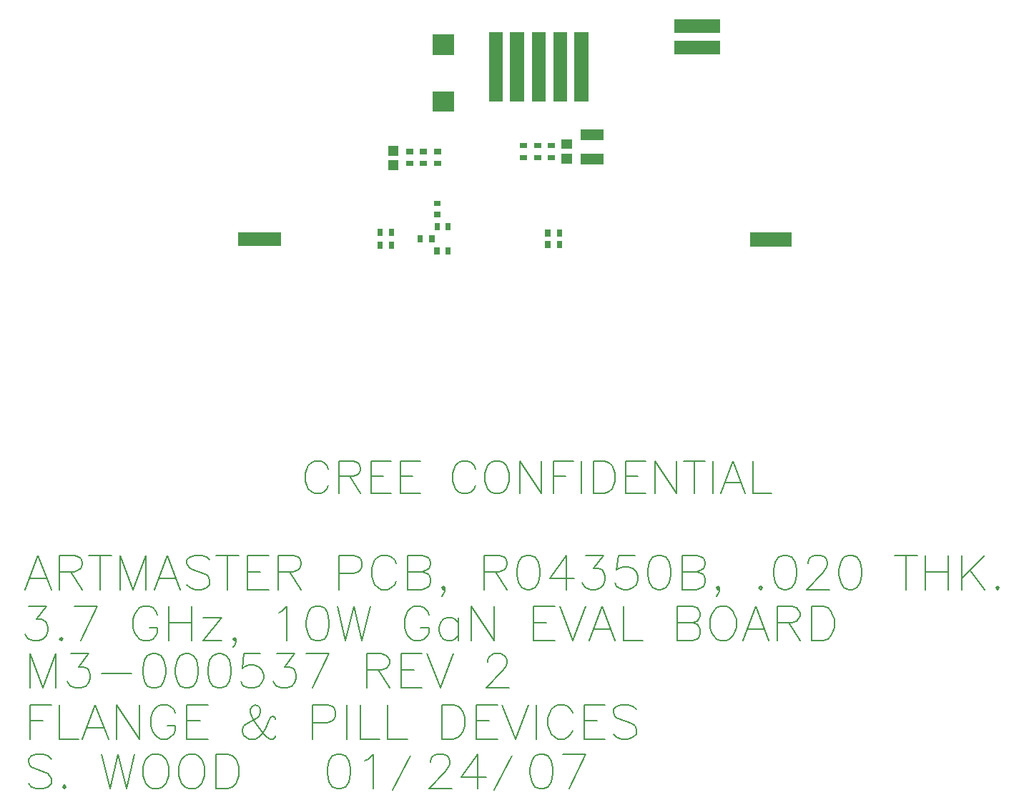
<source format=gbr>
*G04 Output by CAMMaster V9.6.1  PentaLogix LLC*
*G04 Thu Feb 01 18:10:08 2007*
*%FSLAX44Y44*%
%MOIN*%
%IPPOS*%
%ADD14C,0.006*%

%LPD*%
G36*G1X20427Y15261D2*Y14611D1*X22547*Y15261*X20427*G37*G36*G1X20427Y16251D2*Y15601D1*X22547*Y16251*X20427*G37*G36*G1X15759Y15637D2*Y12427D1*X16409*Y15637*X15759*G37*G36*G1X14769Y15637D2*Y12427D1*X15419*Y15637*X14769*G37*G36*G1X13769Y15637D2*Y12427D1*X14419*Y15637*X13769*G37*G36*G1X23943Y6300D2*Y5650D1*X25883*Y6300*X23943*G37*G36*G1X14944Y6451D2*Y6121D1*X15189*Y6451*X14944*G37*G36*G1X14944Y5911D2*Y5581D1*X15189*Y5911*X14944*G37*G36*G1X14394Y5583D2*X14639D1*Y5913*X14394*Y5583*G37*G36*G1X14394Y6123D2*X14639D1*Y6453*X14394*Y6123*G37*G36*G1X15168Y10199D2*X15648D1*Y10659*X15168*Y10199*G37*G36*G1X17130Y9467D2*Y9992D1*X16050*Y9467*X17130*G37*G36*G1X15168Y9529D2*X15648D1*Y9989*X15168*Y9529*G37*G36*G1X13542Y9683D2*Y9928D1*X13212*Y9683*X13542*G37*G36*G1X14842Y9683D2*Y9928D1*X14512*Y9683*X14842*G37*G36*G1X14202Y9683D2*Y9928D1*X13872*Y9683*X14202*G37*G36*G1X13214Y10234D2*X13544D1*Y10478*X13214*Y10234*G37*G36*G1X14514Y10234D2*X14844D1*Y10478*X14514*Y10234*G37*G36*G1X13874Y10234D2*X14204D1*Y10478*X13874*Y10234*G37*G36*G1X8882Y9413D2*Y9658D1*X8552*Y9413*X8882*G37*G36*G1X8554Y9964D2*X8884D1*Y10208*X8554*Y9964*G37*G36*G1X9552Y9413D2*Y9658D1*X9222*Y9413*X9552*G37*G36*G1X9224Y9964D2*X9554D1*Y10208*X9224*Y9964*G37*G36*G1X7086Y9218D2*X7566D1*Y9678*X7086*Y9218*G37*G36*G1X8252Y9413D2*Y9658D1*X7922*Y9413*X8252*G37*G36*G1X7086Y9888D2*X7566D1*Y10348*X7086*Y9888*G37*G36*G1X7924Y10208D2*Y9964D1*X8254*Y10208*X7924*G37*G36*G1X8686Y5839D2*Y6169D1*X8441*Y5839*X8686*G37*G36*G1X9236Y6167D2*X8991D1*Y5837*X9236*Y6167*G37*G36*G1X9476Y5279D2*Y5609D1*X9231*Y5279*X9476*G37*G36*G1X9751Y5277D2*X9996D1*Y5607*X9751*Y5277*G37*G36*G1X7366Y5867D2*X7121D1*Y5537*X7366*Y5867*G37*G36*G1X6816Y5539D2*Y5869D1*X6571*Y5539*X6816*G37*G36*G1X7366Y6477D2*X7121D1*Y6147*X7366*Y6477*G37*G36*G1X6816Y6149D2*Y6479D1*X6571*Y6149*X6816*G37*G36*G1X9204Y7554D2*X9534D1*Y7798*X9204*Y7554*G37*G36*G1X9241Y6739D2*Y6409D1*X9486*Y6739*X9241*G37*G36*G1X9751Y6407D2*X9996D1*Y6737*X9751*Y6407*G37*G36*G1X9532Y7023D2*Y7268D1*X9202*Y7023*X9532*G37*G36*G1X93Y6330D2*Y5680D1*X2083*Y6330*X93*G37*G36*G1X9159Y15534D2*Y14584D1*X10159*Y15534*X9159*G37*G36*G1X9159Y12884D2*Y11934D1*X10159*Y12884*X9159*G37*G36*G1X11769Y12427D2*X12419D1*Y15637*X11769*Y12427*G37*G36*G1X17130Y10603D2*Y11128D1*X16050*Y10603*X17130*G37*G36*G1X12759Y12427D2*X13409D1*Y15637*X12759*Y12427*G37*D14*G1X12704Y-14928D2*X11638D1*X12400Y-14166*X12552Y-13938*X12628Y-13785*Y-13633*X12552Y-13480*X12476Y-13404*X12324Y-13328*X12019*X11866Y-13404*X11790Y-13480*X11714Y-13633*Y-13709*X10114Y-13328D2*X9504Y-14928D1*X8895Y-13328*X7676Y-14928D2*X8666D1*X7676Y-14090D2*X8285D1*X8666Y-13328D2*X7676D1*Y-14928*X6609Y-14090D2*X7142Y-14928D1*X6076Y-14090D2*X6762D1*X6990Y-14014*X7066Y-13938*X7142Y-13785*Y-13633*X7066Y-13480*X6990Y-13404*X6762Y-13328*X6076*Y-14928*X3257Y-13328D2*X4324D1*X3562Y-14928*X1733Y-14623D2*X1809Y-14776D1*X1885Y-14852*X2114Y-14928*X2342*X2571Y-14852*X2724Y-14699*X2800Y-14471*Y-14318*X2724Y-14090*X2647Y-14014*X2495Y-13938*X2266*X2724Y-13328*X1885*X209Y-14623D2*X285Y-14776D1*X362Y-14852*X590Y-14928*X819*X1047Y-14852*X1200Y-14699*X1276Y-14471*Y-14318*X1200Y-14090*X1047Y-13938*X819Y-13861*X590*X362Y-13938*X285Y-14014*X362Y-13328*X1124*X-858D2*X-705D1*X-476Y-13404*X-324Y-13633*X-248Y-14014*Y-14242*X-324Y-14623*X-476Y-14852*X-705Y-14928*X-858*X-1086Y-14852*X-1238Y-14623*X-1315Y-14242*Y-14014*X-1238Y-13633*X-1086Y-13404*X-858Y-13328*X-2381D2*X-2229D1*X-2000Y-13404*X-1848Y-13633*X-1772Y-14014*Y-14242*X-1848Y-14623*X-2000Y-14852*X-2229Y-14928*X-2381*X-2610Y-14852*X-2762Y-14623*X-2838Y-14242*Y-14014*X-2762Y-13633*X-2610Y-13404*X-2381Y-13328*X-3905D2*X-3753D1*X-3524Y-13404*X-3372Y-13633*X-3296Y-14014*Y-14242*X-3372Y-14623*X-3524Y-14852*X-3753Y-14928*X-3905*X-4134Y-14852*X-4286Y-14623*X-4362Y-14242*Y-14014*X-4286Y-13633*X-4134Y-13404*X-3905Y-13328*X-6267Y-14242D2*X-4896D1*X-7867Y-14623D2*X-7791Y-14776D1*X-7715Y-14852*X-7486Y-14928*X-7257*X-7029Y-14852*X-6876Y-14699*X-6800Y-14471*Y-14318*X-6876Y-14090*X-6953Y-14014*X-7105Y-13938*X-7334*X-6876Y-13328*X-7715*X-8400Y-14928D2*Y-13328D1*X-9010Y-14928*X-9619Y-13328*Y-14928*X17581Y-17077D2*X17733Y-17229D1*X17962Y-17305*X18266*X18495Y-17229*X18647Y-17077*Y-16848*X18571Y-16696*X18495Y-16620*X18342Y-16544*X17885Y-16391*X17733Y-16315*X17657Y-16239*X17581Y-16086*Y-15934*X17733Y-15782*X17962Y-15705*X18266*X18495Y-15782*X18647Y-15934*X16209Y-17305D2*X17200D1*X16209Y-16467D2*X16819D1*X17200Y-15705D2*X16209D1*Y-17305*X15676Y-16924D2*X15600Y-17077D1*X15447Y-17229*X15295Y-17305*X14990*X14838Y-17229*X14685Y-17077*X14609Y-16924*X14533Y-16696*Y-16315*X14609Y-16086*X14685Y-15934*X14838Y-15782*X14990Y-15705*X15295*X15447Y-15782*X15600Y-15934*X15676Y-16086*X14000Y-15705D2*Y-17305D1*X13619Y-15705D2*X13009Y-17305D1*X12400Y-15705*X11181Y-17305D2*X12171D1*X11181Y-16467D2*X11790D1*X12171Y-15705D2*X11181D1*Y-17305*X9581D2*X10114D1*X10342Y-17229*X10495Y-17077*X10571Y-16924*X10647Y-16696*Y-16315*X10571Y-16086*X10495Y-15934*X10342Y-15782*X10114Y-15705*X9581*Y-17305*X7981D2*X7066D1*Y-15705*X6685Y-17305D2*X5771D1*Y-15705*X5162D2*Y-17305D1*X3562Y-16544D2*X4247D1*X4476Y-16467*X4552Y-16391*X4628Y-16239*Y-16010*X4552Y-15858*X4476Y-15782*X4247Y-15705*X3562*Y-17305*X1809Y-17153D2*Y-17229D1*X1733Y-17305*X1581*X1428Y-17229*X1276Y-17077*X895Y-16544*X742Y-16315*X666Y-16086*Y-15934*X742Y-15782*X895Y-15705*X1047Y-15782*X1124Y-15934*Y-16086*X1047Y-16239*X971Y-16315*X438Y-16620*X362Y-16696*X285Y-16848*Y-17001*X362Y-17153*X438Y-17229*X590Y-17305*X895*X1047Y-17229*X1200Y-17077*X1352Y-16848*X1504Y-16467*X1581Y-16315*X1657Y-16239*X1733*X1809Y-16315*Y-16391*X-2305Y-17305D2*X-1315D1*X-2305Y-16467D2*X-1696D1*X-1315Y-15705D2*X-2305D1*Y-17305*X-3219Y-16696D2*X-2838D1*Y-16924*X-2915Y-17077*X-3067Y-17229*X-3219Y-17305*X-3524*X-3676Y-17229*X-3829Y-17077*X-3905Y-16924*X-3981Y-16696*Y-16315*X-3905Y-16086*X-3829Y-15934*X-3676Y-15782*X-3524Y-15705*X-3219*X-3067Y-15782*X-2915Y-15934*X-2838Y-16086*X-4515Y-15705D2*Y-17305D1*X-5581Y-15705*Y-17305*X-6953Y-16772D2*X-6191D1*X-5962Y-17305D2*X-6572Y-15705D1*X-7181Y-17305*X-7334D2*X-8248D1*Y-15705*X-9619Y-16467D2*X-9010D1*X-8629Y-15705D2*X-9619D1*Y-17305*X15219Y-18013D2*X16285D1*X15524Y-19613*X14152Y-18013D2*X14304D1*X14533Y-18089*X14685Y-18317*X14762Y-18698*Y-18927*X14685Y-19308*X14533Y-19536*X14304Y-19613*X14152*X13924Y-19536*X13771Y-19308*X13695Y-18927*Y-18698*X13771Y-18317*X13924Y-18089*X14152Y-18013*X12857Y-18089D2*X12019Y-19689D1*X11257Y-18013D2*Y-19613D1*X11638Y-19079D2*X10495D1*X11257Y-18013*X10038Y-19613D2*X8971D1*X9733Y-18851*X9885Y-18622*X9962Y-18470*Y-18317*X9885Y-18165*X9809Y-18089*X9657Y-18013*X9352*X9200Y-18089*X9124Y-18165*X9047Y-18317*Y-18394*X8133Y-18089D2*X7295Y-19689D1*X6381Y-19613D2*Y-18013D1*X6152Y-18241*X6000Y-18317*X4704Y-18013D2*X4857D1*X5085Y-18089*X5238Y-18317*X5314Y-18698*Y-18927*X5238Y-19308*X5085Y-19536*X4857Y-19613*X4704*X4476Y-19536*X4324Y-19308*X4247Y-18927*Y-18698*X4324Y-18317*X4476Y-18089*X4704Y-18013*X-934Y-19613D2*X-400D1*X-172Y-19536*X-19Y-19384*X57Y-19232*X133Y-19003*Y-18622*X57Y-18394*X-19Y-18241*X-172Y-18089*X-400Y-18013*X-934*Y-19613*X-2229Y-18013D2*X-1924D1*X-1772Y-18089*X-1619Y-18241*X-1543Y-18394*X-1467Y-18622*Y-19003*X-1543Y-19232*X-1619Y-19384*X-1772Y-19536*X-1924Y-19613*X-2229*X-2381Y-19536*X-2534Y-19384*X-2610Y-19232*X-2686Y-19003*Y-18622*X-2610Y-18394*X-2534Y-18241*X-2381Y-18089*X-2229Y-18013*X-3905D2*X-3600D1*X-3448Y-18089*X-3296Y-18241*X-3219Y-18394*X-3143Y-18622*Y-19003*X-3219Y-19232*X-3296Y-19384*X-3448Y-19536*X-3600Y-19613*X-3905*X-4058Y-19536*X-4210Y-19384*X-4286Y-19232*X-4362Y-19003*Y-18622*X-4286Y-18394*X-4210Y-18241*X-4058Y-18089*X-3905Y-18013*X-4743D2*X-5124Y-19613D1*X-5505Y-18013*X-5886Y-19613*X-6267Y-18013*X-8019Y-19460D2*X-7943Y-19536D1*X-8019Y-19613*X-8096Y-19536*X-8019Y-19460*X-9696Y-19384D2*X-9543Y-19536D1*X-9315Y-19613*X-9010*X-8781Y-19536*X-8629Y-19384*Y-19156*X-8705Y-19003*X-8781Y-18927*X-8934Y-18851*X-9391Y-18698*X-9543Y-18622*X-9619Y-18546*X-9696Y-18394*Y-18241*X-9543Y-18089*X-9315Y-18013*X-9010*X-8781Y-18089*X-8629Y-18241*X24935Y-5852D2*X24078D1*Y-4352*X22792Y-5352D2*X23506D1*X23720Y-5852D2*X23149Y-4352D1*X22578Y-5852*X22220Y-4352D2*Y-5852D1*X20863Y-4352D2*X21863D1*X21363D2*Y-5852D1*X20506Y-4352D2*Y-5852D1*X19506Y-4352*Y-5852*X18149D2*X19078D1*X18149Y-5066D2*X18720D1*X19078Y-4352D2*X18149D1*Y-5852*X16649D2*X17149D1*X17363Y-5780*X17506Y-5637*X17578Y-5495*X17649Y-5280*Y-4923*X17578Y-4709*X17506Y-4566*X17363Y-4423*X17149Y-4352*X16649*Y-5852*X16078Y-4352D2*Y-5852D1*X14792Y-5066D2*X15363D1*X15720Y-4352D2*X14792D1*Y-5852*X14220Y-4352D2*Y-5852D1*X13220Y-4352*Y-5852*X12006Y-4352D2*X12292D1*X12435Y-4423*X12578Y-4566*X12649Y-4709*X12720Y-4923*Y-5280*X12649Y-5495*X12578Y-5637*X12435Y-5780*X12292Y-5852*X12006*X11863Y-5780*X11720Y-5637*X11649Y-5495*X11578Y-5280*Y-4923*X11649Y-4709*X11720Y-4566*X11863Y-4423*X12006Y-4352*X11149Y-5495D2*X11078Y-5637D1*X10935Y-5780*X10792Y-5852*X10506*X10363Y-5780*X10220Y-5637*X10149Y-5495*X10078Y-5280*Y-4923*X10149Y-4709*X10220Y-4566*X10363Y-4423*X10506Y-4352*X10792*X10935Y-4423*X11078Y-4566*X11149Y-4709*X7649Y-5852D2*X8578D1*X7649Y-5066D2*X8220D1*X8578Y-4352D2*X7649D1*Y-5852*X6292D2*X7220D1*X6292Y-5066D2*X6863D1*X7220Y-4352D2*X6292D1*Y-5852*X5292Y-5066D2*X5792Y-5852D1*X4792Y-5066D2*X5435D1*X5649Y-4995*X5720Y-4923*X5792Y-4780*Y-4637*X5720Y-4495*X5649Y-4423*X5435Y-4352*X4792*Y-5852*X4292Y-5495D2*X4220Y-5637D1*X4078Y-5780*X3935Y-5852*X3649*X3506Y-5780*X3363Y-5637*X3292Y-5495*X3220Y-5280*Y-4923*X3292Y-4709*X3363Y-4566*X3506Y-4423*X3649Y-4352*X3935*X4078Y-4423*X4220Y-4566*X4292Y-4709*X35485Y-10188D2*X35562Y-10264D1*X35485Y-10340*X35409Y-10264*X35485Y-10188*X34190Y-9426D2*X34876Y-10340D1*Y-8740D2*X33809Y-9807D1*Y-8740D2*Y-10340D1*X32133Y-9502D2*X33200D1*Y-8740D2*Y-10340D1*X32133Y-8740D2*Y-10340D1*X30685Y-8740D2*X31752D1*X31219D2*Y-10340D1*X28552Y-8740D2*X28704D1*X28933Y-8816*X29085Y-9045*X29162Y-9426*Y-9654*X29085Y-10035*X28933Y-10264*X28704Y-10340*X28552*X28324Y-10264*X28171Y-10035*X28095Y-9654*Y-9426*X28171Y-9045*X28324Y-8816*X28552Y-8740*X27638Y-10340D2*X26571D1*X27333Y-9578*X27485Y-9349*X27562Y-9197*Y-9045*X27485Y-8892*X27409Y-8816*X27257Y-8740*X26952*X26800Y-8816*X26724Y-8892*X26647Y-9045*Y-9121*X25504Y-8740D2*X25657D1*X25885Y-8816*X26038Y-9045*X26114Y-9426*Y-9654*X26038Y-10035*X25885Y-10264*X25657Y-10340*X25504*X25276Y-10264*X25124Y-10035*X25047Y-9654*Y-9426*X25124Y-9045*X25276Y-8816*X25504Y-8740*X24438Y-10188D2*X24514Y-10264D1*X24438Y-10340*X24362Y-10264*X24438Y-10188*X22381Y-10645D2*X22457Y-10568D1*X22533Y-10416*Y-10264*X22457Y-10188*X22381Y-10264*X22457Y-10340*X22533Y-10264*X20781Y-10340D2*X21466D1*X21695Y-10264*X21771Y-10188*X21847Y-10035*Y-9807*X21771Y-9654*X21695Y-9578*X21466Y-9502*X20781*X21466D2*X21695Y-9426D1*X21771Y-9349*X21847Y-9197*Y-9045*X21771Y-8892*X21695Y-8816*X21466Y-8740*X20781*Y-10340*X19638Y-8740D2*X19790D1*X20019Y-8816*X20171Y-9045*X20247Y-9426*Y-9654*X20171Y-10035*X20019Y-10264*X19790Y-10340*X19638*X19409Y-10264*X19257Y-10035*X19181Y-9654*Y-9426*X19257Y-9045*X19409Y-8816*X19638Y-8740*X17657Y-10035D2*X17733Y-10188D1*X17809Y-10264*X18038Y-10340*X18266*X18495Y-10264*X18647Y-10111*X18724Y-9883*Y-9730*X18647Y-9502*X18495Y-9349*X18266Y-9273*X18038*X17809Y-9349*X17733Y-9426*X17809Y-8740*X18571*X16133Y-10035D2*X16209Y-10188D1*X16285Y-10264*X16514Y-10340*X16742*X16971Y-10264*X17124Y-10111*X17200Y-9883*Y-9730*X17124Y-9502*X17047Y-9426*X16895Y-9349*X16666*X17124Y-8740*X16285*X15371D2*Y-10340D1*X15752Y-9807D2*X14609D1*X15371Y-8740*X13542D2*X13695D1*X13924Y-8816*X14076Y-9045*X14152Y-9426*Y-9654*X14076Y-10035*X13924Y-10264*X13695Y-10340*X13542*X13314Y-10264*X13162Y-10035*X13085Y-9654*Y-9426*X13162Y-9045*X13314Y-8816*X13542Y-8740*X12095Y-9502D2*X12628Y-10340D1*X11562Y-9502D2*X12247D1*X12476Y-9426*X12552Y-9349*X12628Y-9197*Y-9045*X12552Y-8892*X12476Y-8816*X12247Y-8740*X11562*Y-10340*X9581Y-10645D2*X9657Y-10568D1*X9733Y-10416*Y-10264*X9657Y-10188*X9581Y-10264*X9657Y-10340*X9733Y-10264*X7981Y-10340D2*X8666D1*X8895Y-10264*X8971Y-10188*X9047Y-10035*Y-9807*X8971Y-9654*X8895Y-9578*X8666Y-9502*X7981*X8666D2*X8895Y-9426D1*X8971Y-9349*X9047Y-9197*Y-9045*X8971Y-8892*X8895Y-8816*X8666Y-8740*X7981*Y-10340*X7447Y-9959D2*X7371Y-10111D1*X7219Y-10264*X7066Y-10340*X6762*X6609Y-10264*X6457Y-10111*X6381Y-9959*X6304Y-9730*Y-9349*X6381Y-9121*X6457Y-8968*X6609Y-8816*X6762Y-8740*X7066*X7219Y-8816*X7371Y-8968*X7447Y-9121*X4781Y-9578D2*X5466D1*X5695Y-9502*X5771Y-9426*X5847Y-9273*Y-9045*X5771Y-8892*X5695Y-8816*X5466Y-8740*X4781*Y-10340*X2495Y-9502D2*X3028Y-10340D1*X1962Y-9502D2*X2647D1*X2876Y-9426*X2952Y-9349*X3028Y-9197*Y-9045*X2952Y-8892*X2876Y-8816*X2647Y-8740*X1962*Y-10340*X514D2*X1504D1*X514Y-9502D2*X1124D1*X1504Y-8740D2*X514D1*Y-10340*X-934Y-8740D2*X133D1*X-400D2*Y-10340D1*X-2305Y-10111D2*X-2153Y-10264D1*X-1924Y-10340*X-1619*X-1391Y-10264*X-1238Y-10111*Y-9883*X-1315Y-9730*X-1391Y-9654*X-1543Y-9578*X-2000Y-9426*X-2153Y-9349*X-2229Y-9273*X-2305Y-9121*Y-8968*X-2153Y-8816*X-1924Y-8740*X-1619*X-1391Y-8816*X-1238Y-8968*X-3600Y-9807D2*X-2838D1*X-2610Y-10340D2*X-3219Y-8740D1*X-3829Y-10340*X-4210D2*Y-8740D1*X-4819Y-10340*X-5429Y-8740*Y-10340*X-6876Y-8740D2*X-5810D1*X-6343D2*Y-10340D1*X-7715Y-9502D2*X-7181Y-10340D1*X-8248Y-9502D2*X-7562D1*X-7334Y-9426*X-7258Y-9349*X-7181Y-9197*Y-9045*X-7258Y-8892*X-7334Y-8816*X-7562Y-8740*X-8248*Y-10340*X-9619Y-9807D2*X-8857D1*X-8629Y-10340D2*X-9238Y-8740D1*X-9848Y-10340*X26808Y-12721D2*X27341D1*X27570Y-12645*X27722Y-12493*X27798Y-12340*X27874Y-12112*Y-11731*X27798Y-11502*X27722Y-11350*X27570Y-11197*X27341Y-11121*X26808*Y-12721*X25741Y-11883D2*X26274Y-12721D1*X25208Y-11883D2*X25893D1*X26122Y-11807*X26198Y-11731*X26274Y-11578*Y-11426*X26198Y-11274*X26122Y-11197*X25893Y-11121*X25208*Y-12721*X23836Y-12188D2*X24598D1*X24827Y-12721D2*X24217Y-11121D1*X23608Y-12721*X22541Y-11121D2*X22846D1*X22998Y-11197*X23150Y-11350*X23227Y-11502*X23303Y-11731*Y-12112*X23227Y-12340*X23150Y-12493*X22998Y-12645*X22846Y-12721*X22541*X22389Y-12645*X22236Y-12493*X22160Y-12340*X22084Y-12112*Y-11731*X22160Y-11502*X22236Y-11350*X22389Y-11197*X22541Y-11121*X20560Y-12721D2*X21246D1*X21474Y-12645*X21550Y-12569*X21627Y-12416*Y-12188*X21550Y-12036*X21474Y-11959*X21246Y-11883*X20560*X21246D2*X21474Y-11807D1*X21550Y-11731*X21627Y-11578*Y-11426*X21550Y-11274*X21474Y-11197*X21246Y-11121*X20560*Y-12721*X18960D2*X18046D1*Y-11121*X16674Y-12188D2*X17436D1*X17665Y-12721D2*X17055Y-11121D1*X16446Y-12721*X16293Y-11121D2*X15684Y-12721D1*X15074Y-11121*X13855Y-12721D2*X14846D1*X13855Y-11883D2*X14465D1*X14846Y-11121D2*X13855D1*Y-12721*X12027Y-11121D2*Y-12721D1*X10960Y-11121*Y-12721*X10350Y-12493D2*X10198Y-12645D1*X10046Y-12721*X9817*X9665Y-12645*X9512Y-12493*X9436Y-12264*Y-12112*X9512Y-11883*X9665Y-11731*X9817Y-11654*X10046*X10198Y-11731*X10350Y-11883*Y-11654D2*Y-12721D1*X8598Y-12112D2*X8979D1*Y-12340*X8903Y-12493*X8750Y-12645*X8598Y-12721*X8293*X8141Y-12645*X7989Y-12493*X7912Y-12340*X7836Y-12112*Y-11731*X7912Y-11502*X7989Y-11350*X8141Y-11197*X8293Y-11121*X8598*X8750Y-11197*X8903Y-11350*X8979Y-11502*X6236Y-11121D2*X5855Y-12721D1*X5474Y-11121*X5093Y-12721*X4712Y-11121*X3722D2*X3874D1*X4103Y-11197*X4255Y-11426*X4331Y-11807*Y-12036*X4255Y-12416*X4103Y-12645*X3874Y-12721*X3722*X3493Y-12645*X3341Y-12416*X3265Y-12036*Y-11807*X3341Y-11426*X3493Y-11197*X3722Y-11121*X2350Y-12721D2*Y-11121D1*X2122Y-11350*X1970Y-11426*X-164Y-13026D2*X-88Y-12950D1*X-11Y-12797*Y-12645*X-88Y-12569*X-164Y-12645*X-88Y-12721*X-11Y-12645*X-1535Y-12721D2*X-697D1*X-1535Y-11654D2*X-697D1*X-1535Y-12721*X-3135Y-11883D2*X-2069D1*Y-11121D2*Y-12721D1*X-3135Y-11121D2*Y-12721D1*X-4050Y-12112D2*X-3669D1*Y-12340*X-3745Y-12493*X-3897Y-12645*X-4050Y-12721*X-4354*X-4507Y-12645*X-4659Y-12493*X-4735Y-12340*X-4811Y-12112*Y-11731*X-4735Y-11502*X-4659Y-11350*X-4507Y-11197*X-4354Y-11121*X-4050*X-3897Y-11197*X-3745Y-11350*X-3669Y-11502*X-7554Y-11121D2*X-6488D1*X-7250Y-12721*X-8164Y-12569D2*X-8088Y-12645D1*X-8164Y-12721*X-8240Y-12645*X-8164Y-12569*X-9840Y-12416D2*X-9764Y-12569D1*X-9688Y-12645*X-9459Y-12721*X-9230*X-9002Y-12645*X-8850Y-12493*X-8773Y-12264*Y-12112*X-8850Y-11883*X-8926Y-11807*X-9078Y-11731*X-9307*X-8850Y-11121*X-9688*X0Y0D2*M02*
</source>
